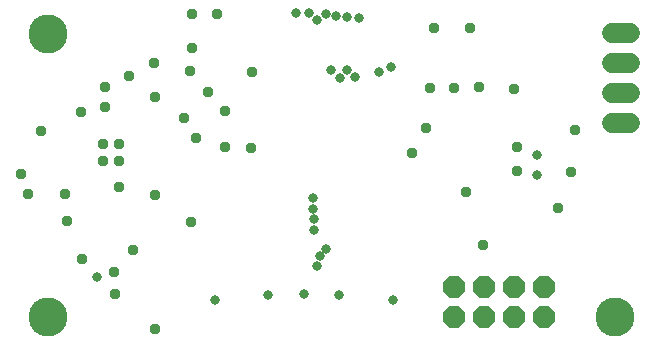
<source format=gbr>
G04 EAGLE Gerber RS-274X export*
G75*
%MOMM*%
%FSLAX34Y34*%
%LPD*%
%INSoldermask Bottom*%
%IPPOS*%
%AMOC8*
5,1,8,0,0,1.08239X$1,22.5*%
G01*
%ADD10C,3.303200*%
%ADD11C,1.727200*%
%ADD12P,2.034460X8X22.500000*%
%ADD13C,0.809600*%
%ADD14C,0.959600*%


D10*
X30000Y270000D03*
X510000Y30000D03*
X30000Y30000D03*
D11*
X507480Y194100D02*
X522720Y194100D01*
X522720Y219500D02*
X507480Y219500D01*
X507480Y244900D02*
X522720Y244900D01*
X522720Y270300D02*
X507480Y270300D01*
D12*
X373800Y30400D03*
X373800Y55800D03*
X399200Y30400D03*
X399200Y55800D03*
X424600Y30400D03*
X424600Y55800D03*
X450000Y30400D03*
X450000Y55800D03*
D13*
X255400Y104300D03*
X254200Y130600D03*
X265600Y88100D03*
X246500Y49300D03*
X269400Y239600D03*
X289400Y233700D03*
X171200Y44300D03*
X321600Y44300D03*
X276500Y49200D03*
X216500Y49100D03*
D14*
X427100Y173900D03*
X427100Y153900D03*
X350000Y190000D03*
X373900Y224500D03*
X352900Y224400D03*
X395000Y224700D03*
X338200Y168800D03*
X398000Y91200D03*
X101800Y86800D03*
X13300Y134000D03*
X7200Y151700D03*
X179600Y174300D03*
X201300Y173000D03*
X155400Y181500D03*
X145200Y199000D03*
X150200Y238100D03*
X151900Y286800D03*
X86700Y49400D03*
X58400Y79400D03*
X172600Y287000D03*
X202300Y237300D03*
X98600Y233900D03*
X76000Y177000D03*
X90000Y177000D03*
X76000Y162000D03*
X90000Y162000D03*
X119500Y245300D03*
X46200Y111200D03*
X461500Y122700D03*
X383300Y136200D03*
X357000Y275000D03*
X387000Y275000D03*
D13*
X293000Y283500D03*
D14*
X44500Y134000D03*
X24000Y188000D03*
X120000Y20000D03*
X86000Y68500D03*
X150600Y110600D03*
X151900Y257700D03*
X90000Y140000D03*
X78200Y224600D03*
X165700Y221100D03*
X58000Y203500D03*
X78200Y207600D03*
X120000Y216500D03*
X179700Y205000D03*
X120300Y133400D03*
X473000Y153000D03*
D13*
X310100Y237900D03*
X443800Y167178D03*
X319900Y242000D03*
X443656Y150300D03*
X257508Y281700D03*
X254500Y121500D03*
X254735Y112896D03*
X265307Y287000D03*
X276796Y232700D03*
X273911Y285000D03*
X283100Y239600D03*
X283100Y283800D03*
X257600Y73300D03*
X239996Y287974D03*
X259795Y81695D03*
X250600Y287300D03*
D14*
X475600Y188400D03*
X423950Y223500D03*
D13*
X71500Y64500D03*
M02*

</source>
